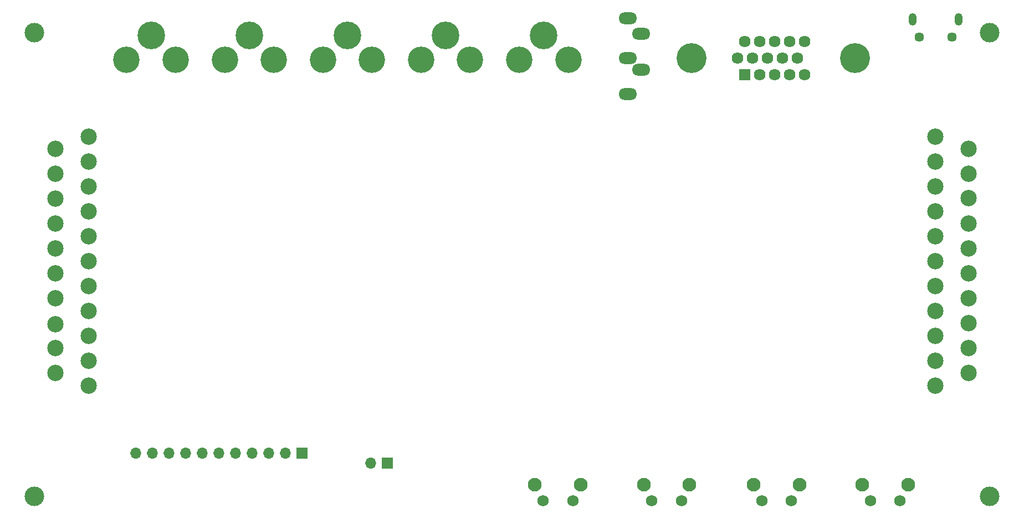
<source format=gbr>
%TF.GenerationSoftware,KiCad,Pcbnew,(6.0.8)*%
%TF.CreationDate,2023-03-28T17:34:24+02:00*%
%TF.ProjectId,RT5XP-EXP,52543558-502d-4455-9850-2e6b69636164,V1.0*%
%TF.SameCoordinates,Original*%
%TF.FileFunction,Soldermask,Bot*%
%TF.FilePolarity,Negative*%
%FSLAX46Y46*%
G04 Gerber Fmt 4.6, Leading zero omitted, Abs format (unit mm)*
G04 Created by KiCad (PCBNEW (6.0.8)) date 2023-03-28 17:34:24*
%MOMM*%
%LPD*%
G01*
G04 APERTURE LIST*
%ADD10C,4.035000*%
%ADD11C,4.230000*%
%ADD12C,3.000000*%
%ADD13O,1.200000X1.900000*%
%ADD14C,1.450000*%
%ADD15R,1.700000X1.700000*%
%ADD16O,1.700000X1.700000*%
%ADD17C,2.100000*%
%ADD18C,1.750000*%
%ADD19O,2.800000X1.800000*%
%ADD20C,2.500000*%
%ADD21C,4.575000*%
%ADD22R,1.785000X1.785000*%
%ADD23C,1.785000*%
G04 APERTURE END LIST*
D10*
%TO.C,J5*%
X44108000Y-11700000D03*
D11*
X40358000Y-8000000D03*
D10*
X36608000Y-11700000D03*
%TD*%
D12*
%TO.C,REF\u002A\u002A*%
X153500000Y-78500000D03*
%TD*%
%TO.C,REF\u002A\u002A*%
X7500000Y-78500000D03*
%TD*%
D10*
%TO.C,J1*%
X59108000Y-11700000D03*
D11*
X55358000Y-8000000D03*
D10*
X51608000Y-11700000D03*
%TD*%
D13*
%TO.C,J12*%
X141750000Y-5493500D03*
D14*
X147750000Y-8193500D03*
D13*
X148750000Y-5493500D03*
D14*
X142750000Y-8193500D03*
%TD*%
D15*
%TO.C,J11*%
X48400000Y-71875000D03*
D16*
X45860000Y-71875000D03*
X43320000Y-71875000D03*
X40780000Y-71875000D03*
X38240000Y-71875000D03*
X35700000Y-71875000D03*
X33160000Y-71875000D03*
X30620000Y-71875000D03*
X28080000Y-71875000D03*
X25540000Y-71875000D03*
X23000000Y-71875000D03*
%TD*%
D17*
%TO.C,SW2*%
X117415000Y-76700500D03*
X124425000Y-76700500D03*
D18*
X123175000Y-79190500D03*
X118675000Y-79190500D03*
%TD*%
D10*
%TO.C,J2*%
X74108000Y-11700000D03*
D11*
X70358000Y-8000000D03*
D10*
X66608000Y-11700000D03*
%TD*%
D17*
%TO.C,SW4*%
X91028000Y-76700500D03*
X84018000Y-76700500D03*
D18*
X89778000Y-79190500D03*
X85278000Y-79190500D03*
%TD*%
D10*
%TO.C,J3*%
X89108000Y-11700000D03*
D11*
X85358000Y-8000000D03*
D10*
X81608000Y-11700000D03*
%TD*%
D19*
%TO.C,J7*%
X100198000Y-13234000D03*
X98198000Y-11434000D03*
X98198000Y-5334000D03*
X100198000Y-7734000D03*
X98198000Y-16934000D03*
%TD*%
D20*
%TO.C,J9*%
X145215000Y-23450000D03*
X150295000Y-25355000D03*
X145215000Y-27260000D03*
X150295000Y-29165000D03*
X145215000Y-31070000D03*
X150295000Y-32840000D03*
X145215000Y-34880000D03*
X150295000Y-36785000D03*
X145215000Y-38690000D03*
X150295000Y-40595000D03*
X145215000Y-42500000D03*
X150295000Y-44405000D03*
X145215000Y-46310000D03*
X150295000Y-48215000D03*
X145215000Y-50120000D03*
X150295000Y-52025000D03*
X145215000Y-53930000D03*
X150295000Y-55835000D03*
X145215000Y-57740000D03*
X150295000Y-59645000D03*
X145215000Y-61550000D03*
%TD*%
D21*
%TO.C,J6*%
X132891000Y-11440000D03*
X107901000Y-11440000D03*
D22*
X116071000Y-13980000D03*
D23*
X118361000Y-13980000D03*
X120651000Y-13980000D03*
X122941000Y-13980000D03*
X125231000Y-13980000D03*
X114926000Y-11440000D03*
X117216000Y-11440000D03*
X119506000Y-11440000D03*
X121796000Y-11440000D03*
X124086000Y-11440000D03*
X116071000Y-8900000D03*
X118361000Y-8900000D03*
X120651000Y-8900000D03*
X122941000Y-8900000D03*
X125231000Y-8900000D03*
%TD*%
D12*
%TO.C,REF\u002A\u002A*%
X7500000Y-7500000D03*
%TD*%
D10*
%TO.C,J4*%
X29108000Y-11700000D03*
D11*
X25358000Y-8000000D03*
D10*
X21608000Y-11700000D03*
%TD*%
D17*
%TO.C,SW3*%
X107625000Y-76700500D03*
X100615000Y-76700500D03*
D18*
X106375000Y-79190500D03*
X101875000Y-79190500D03*
%TD*%
D20*
%TO.C,J8*%
X15785000Y-61550000D03*
X10705000Y-59645000D03*
X15785000Y-57740000D03*
X10705000Y-55835000D03*
X15785000Y-53930000D03*
X10705000Y-52160000D03*
X15785000Y-50120000D03*
X10705000Y-48215000D03*
X15785000Y-46310000D03*
X10705000Y-44405000D03*
X15785000Y-42500000D03*
X10705000Y-40595000D03*
X15785000Y-38690000D03*
X10705000Y-36785000D03*
X15785000Y-34880000D03*
X10705000Y-32975000D03*
X15785000Y-31070000D03*
X10705000Y-29165000D03*
X15785000Y-27260000D03*
X10700000Y-25355000D03*
X15785000Y-23450000D03*
%TD*%
D12*
%TO.C,REF\u002A\u002A*%
X153500000Y-7500000D03*
%TD*%
D17*
%TO.C,SW1*%
X141025000Y-76700500D03*
X134015000Y-76700500D03*
D18*
X139775000Y-79190500D03*
X135275000Y-79190500D03*
%TD*%
D15*
%TO.C,J10*%
X61448000Y-73431000D03*
D16*
X58908000Y-73431000D03*
%TD*%
M02*

</source>
